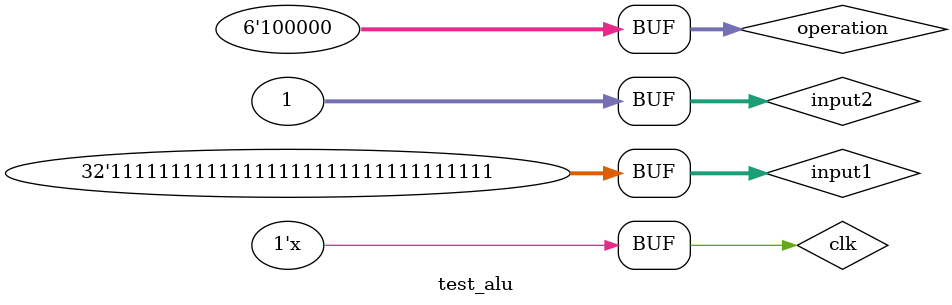
<source format=v>
`timescale 1ns / 1ps


module test_alu;

	// Inputs
	reg [31:0] input1;
	reg [31:0] input2;
	reg [5:0] operation;
	reg clk;

	// Outputs
	wire [31:0] result;
	wire zero;

	// Instantiate the Unit Under Test (UUT)
	alu uut (
		.input1(input1), 
		.input2(input2), 
		.operation(operation), 
		.result(result), 
		.zero(zero), 
		.clk(clk)
	);

	initial begin
		// Initialize Inputs
		input1 = 32'hFFFFFF21;
		input2 = 32'hFFFFFF01;
		operation = 6'b100000;
		clk = 0;
		
		// Wait 100 ns for global reset to finish
		#100;
		
		input1 = 32'hFFFFFFFF;
		input2 = 32'h1;
		operation = 6'b100000;
		
		#100;
        
		// Add stimulus here

	end
	
	always #20
	clk = ~clk;
      
endmodule


</source>
